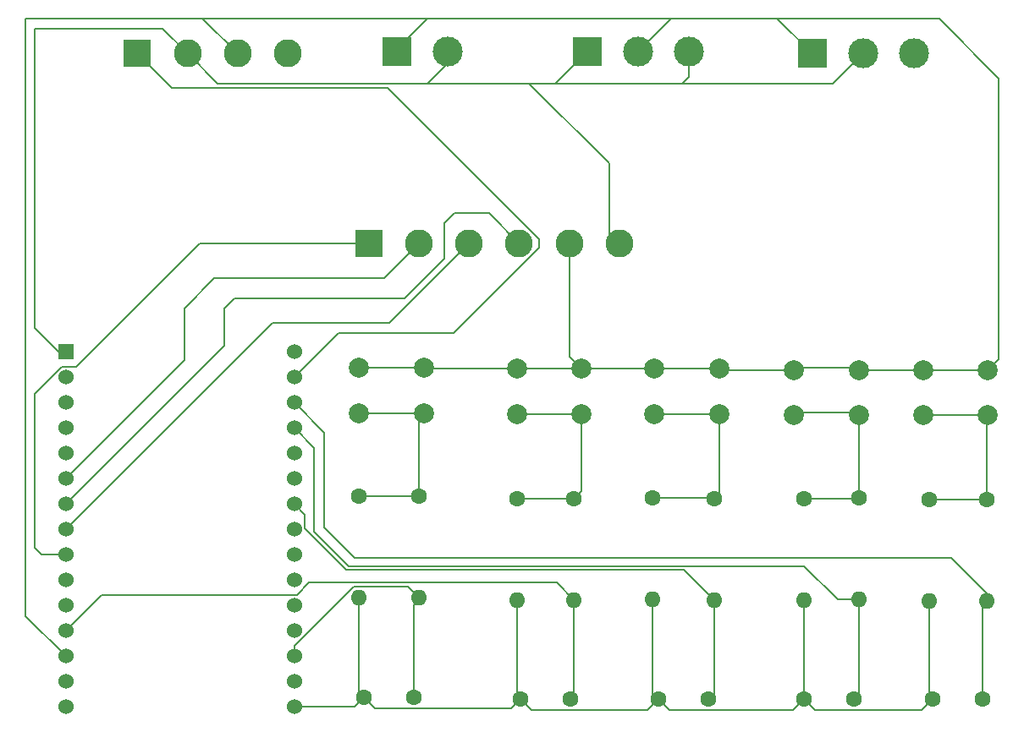
<source format=gbr>
%TF.GenerationSoftware,KiCad,Pcbnew,8.0.6*%
%TF.CreationDate,2024-11-18T20:28:24+01:00*%
%TF.ProjectId,pcb,7063622e-6b69-4636-9164-5f7063625858,rev?*%
%TF.SameCoordinates,Original*%
%TF.FileFunction,Copper,L2,Bot*%
%TF.FilePolarity,Positive*%
%FSLAX46Y46*%
G04 Gerber Fmt 4.6, Leading zero omitted, Abs format (unit mm)*
G04 Created by KiCad (PCBNEW 8.0.6) date 2024-11-18 20:28:24*
%MOMM*%
%LPD*%
G01*
G04 APERTURE LIST*
%TA.AperFunction,ComponentPad*%
%ADD10C,2.000000*%
%TD*%
%TA.AperFunction,ComponentPad*%
%ADD11R,3.000000X3.000000*%
%TD*%
%TA.AperFunction,ComponentPad*%
%ADD12C,3.000000*%
%TD*%
%TA.AperFunction,ComponentPad*%
%ADD13C,1.600000*%
%TD*%
%TA.AperFunction,ComponentPad*%
%ADD14O,1.600000X1.600000*%
%TD*%
%TA.AperFunction,ComponentPad*%
%ADD15R,2.800000X2.800000*%
%TD*%
%TA.AperFunction,ComponentPad*%
%ADD16C,2.800000*%
%TD*%
%TA.AperFunction,ComponentPad*%
%ADD17R,1.530000X1.530000*%
%TD*%
%TA.AperFunction,ComponentPad*%
%ADD18C,1.530000*%
%TD*%
%TA.AperFunction,Conductor*%
%ADD19C,0.200000*%
%TD*%
G04 APERTURE END LIST*
D10*
%TO.P,SW5,1,1*%
%TO.N,5V*%
X133500000Y-90000000D03*
X140000000Y-90000000D03*
%TO.P,SW5,2,2*%
%TO.N,Net-(R10-Pad1)*%
X133500000Y-94500000D03*
X140000000Y-94500000D03*
%TD*%
D11*
%TO.P,P1,1,5V*%
%TO.N,5V*%
X137235000Y-58315000D03*
D12*
%TO.P,P1,2,GND*%
%TO.N,GND*%
X142315000Y-58315000D03*
%TD*%
D13*
%TO.P,C2,1*%
%TO.N,Net-(U1-GPIO1)*%
X195895000Y-123185000D03*
%TO.P,C2,2*%
%TO.N,GND*%
X190895000Y-123185000D03*
%TD*%
%TO.P,R4,1*%
%TO.N,Net-(R3-Pad1)*%
X190495000Y-103185000D03*
D14*
%TO.P,R4,2*%
%TO.N,GND*%
X190495000Y-113345000D03*
%TD*%
D13*
%TO.P,R3,1*%
%TO.N,Net-(R3-Pad1)*%
X196245000Y-103185000D03*
D14*
%TO.P,R3,2*%
%TO.N,Net-(U1-GPIO1)*%
X196245000Y-113345000D03*
%TD*%
D15*
%TO.P,J2,1,A0*%
%TO.N,Net-(J2-A0)*%
X111315000Y-58500000D03*
D16*
%TO.P,J2,2,GND*%
%TO.N,GND*%
X116315000Y-58500000D03*
%TO.P,J2,3,5V*%
%TO.N,5V*%
X121315000Y-58500000D03*
%TO.P,J2,4,D0*%
%TO.N,unconnected-(J2-D0-Pad4)*%
X126315000Y-58500000D03*
%TD*%
D13*
%TO.P,R1,1*%
%TO.N,Net-(R1-Pad1)*%
X178000000Y-103105000D03*
D14*
%TO.P,R1,2*%
%TO.N,GND*%
X178000000Y-113265000D03*
%TD*%
D13*
%TO.P,R10,1*%
%TO.N,Net-(R10-Pad1)*%
X133450000Y-102840000D03*
D14*
%TO.P,R10,2*%
%TO.N,GND*%
X133450000Y-113000000D03*
%TD*%
D13*
%TO.P,R2,1*%
%TO.N,Net-(R1-Pad1)*%
X183500000Y-103025000D03*
D14*
%TO.P,R2,2*%
%TO.N,Net-(U1-GPIO2)*%
X183500000Y-113185000D03*
%TD*%
D13*
%TO.P,C5,1*%
%TO.N,Net-(U1-GPIO19{slash}USBD_+)*%
X139000000Y-123000000D03*
%TO.P,C5,2*%
%TO.N,GND*%
X134000000Y-123000000D03*
%TD*%
D10*
%TO.P,SW3,1,1*%
%TO.N,5V*%
X149250000Y-90085000D03*
X155750000Y-90085000D03*
%TO.P,SW3,2,2*%
%TO.N,Net-(R5-Pad1)*%
X149250000Y-94585000D03*
X155750000Y-94585000D03*
%TD*%
D13*
%TO.P,C4,1*%
%TO.N,Net-(U1-GPIO10)*%
X168400000Y-123185000D03*
%TO.P,C4,2*%
%TO.N,GND*%
X163400000Y-123185000D03*
%TD*%
D11*
%TO.P,J3,1,GND*%
%TO.N,GND*%
X156315000Y-58315000D03*
D12*
%TO.P,J3,2,5V*%
%TO.N,5V*%
X161395000Y-58315000D03*
%TO.P,J3,3,S*%
%TO.N,GND*%
X166475000Y-58315000D03*
%TD*%
D10*
%TO.P,SW2,1,1*%
%TO.N,5V*%
X189895000Y-90185000D03*
X196395000Y-90185000D03*
%TO.P,SW2,2,2*%
%TO.N,Net-(R3-Pad1)*%
X189895000Y-94685000D03*
X196395000Y-94685000D03*
%TD*%
D13*
%TO.P,R5,1*%
%TO.N,Net-(R5-Pad1)*%
X155000000Y-103085000D03*
D14*
%TO.P,R5,2*%
%TO.N,Net-(U1-GPIO9)*%
X155000000Y-113245000D03*
%TD*%
D13*
%TO.P,R6,1*%
%TO.N,Net-(R5-Pad1)*%
X149250000Y-103085000D03*
D14*
%TO.P,R6,2*%
%TO.N,GND*%
X149250000Y-113245000D03*
%TD*%
D13*
%TO.P,R7,1*%
%TO.N,Net-(R7-Pad1)*%
X169000000Y-103085000D03*
D14*
%TO.P,R7,2*%
%TO.N,Net-(U1-GPIO10)*%
X169000000Y-113245000D03*
%TD*%
D10*
%TO.P,SW4,1,1*%
%TO.N,5V*%
X163000000Y-90085000D03*
X169500000Y-90085000D03*
%TO.P,SW4,2,2*%
%TO.N,Net-(R7-Pad1)*%
X163000000Y-94585000D03*
X169500000Y-94585000D03*
%TD*%
D13*
%TO.P,C3,1*%
%TO.N,Net-(U1-GPIO9)*%
X154650000Y-123185000D03*
%TO.P,C3,2*%
%TO.N,GND*%
X149650000Y-123185000D03*
%TD*%
%TO.P,R9,1*%
%TO.N,Net-(R10-Pad1)*%
X139500000Y-102840000D03*
D14*
%TO.P,R9,2*%
%TO.N,Net-(U1-GPIO19{slash}USBD_+)*%
X139500000Y-113000000D03*
%TD*%
D10*
%TO.P,SW1,1,1*%
%TO.N,5V*%
X177000000Y-90185000D03*
X183500000Y-90185000D03*
%TO.P,SW1,2,2*%
%TO.N,Net-(R1-Pad1)*%
X177000000Y-94685000D03*
X183500000Y-94685000D03*
%TD*%
D13*
%TO.P,R8,1*%
%TO.N,Net-(R7-Pad1)*%
X162850000Y-103005000D03*
D14*
%TO.P,R8,2*%
%TO.N,GND*%
X162850000Y-113165000D03*
%TD*%
D13*
%TO.P,C1,1*%
%TO.N,Net-(U1-GPIO2)*%
X183000000Y-123185000D03*
%TO.P,C1,2*%
%TO.N,GND*%
X178000000Y-123185000D03*
%TD*%
D11*
%TO.P,J4,1,5V*%
%TO.N,5V*%
X178815000Y-58500000D03*
D12*
%TO.P,J4,2,GND*%
%TO.N,GND*%
X183895000Y-58500000D03*
%TO.P,J4,3,Data*%
%TO.N,Net-(D3-DOUT)*%
X188975000Y-58500000D03*
%TD*%
D16*
%TO.P,J1,6,GND*%
%TO.N,GND*%
X159500000Y-77500000D03*
%TO.P,J1,5,5V*%
%TO.N,5V*%
X154500000Y-77500000D03*
%TO.P,J1,4,MISO*%
%TO.N,Net-(J1-MISO)*%
X149500000Y-77500000D03*
%TO.P,J1,3,MOSI*%
%TO.N,Net-(J1-MOSI)*%
X144500000Y-77500000D03*
%TO.P,J1,2,SCK*%
%TO.N,Net-(J1-SCK)*%
X139500000Y-77500000D03*
D15*
%TO.P,J1,1,CS*%
%TO.N,Net-(J1-CS)*%
X134500000Y-77500000D03*
%TD*%
D17*
%TO.P,REF\u002A\u002A,1,GND*%
%TO.N,GND*%
X104140000Y-88380000D03*
D18*
%TO.P,REF\u002A\u002A,2,3V3*%
%TO.N,3V3*%
X104140000Y-90920000D03*
%TO.P,REF\u002A\u002A,3,3V3*%
X104140000Y-93460000D03*
%TO.P,REF\u002A\u002A,4,RST*%
%TO.N,unconnected-(U1-RST-Pad4)*%
X104140000Y-96000000D03*
%TO.P,REF\u002A\u002A,5,GND*%
%TO.N,GND*%
X104140000Y-98540000D03*
%TO.P,REF\u002A\u002A,6,GPIO4*%
%TO.N,Net-(J1-SCK)*%
X104140000Y-101080000D03*
%TO.P,REF\u002A\u002A,7,GPIO5*%
%TO.N,Net-(J1-MISO)*%
X104140000Y-103620000D03*
%TO.P,REF\u002A\u002A,8,GPIO6*%
%TO.N,Net-(J1-MOSI)*%
X104140000Y-106160000D03*
%TO.P,REF\u002A\u002A,9,GPIO7*%
%TO.N,Net-(J1-CS)*%
X104140000Y-108700000D03*
%TO.P,REF\u002A\u002A,10,GND*%
%TO.N,GND*%
X104140000Y-111240000D03*
%TO.P,REF\u002A\u002A,11,GPIO8/RGB_LED*%
%TO.N,Net-(D1-DIN)*%
X104140000Y-113780000D03*
%TO.P,REF\u002A\u002A,12,GPIO9*%
%TO.N,Net-(U1-GPIO9)*%
X104140000Y-116320000D03*
%TO.P,REF\u002A\u002A,13,5V*%
%TO.N,5V*%
X104140000Y-118860000D03*
%TO.P,REF\u002A\u002A,14,5V*%
X104140000Y-121400000D03*
%TO.P,REF\u002A\u002A,15,GND*%
%TO.N,GND*%
X104140000Y-123940000D03*
%TO.P,REF\u002A\u002A,16,GND*%
X127000000Y-123940000D03*
%TO.P,REF\u002A\u002A,17,GND*%
X127000000Y-121400000D03*
%TO.P,REF\u002A\u002A,18,GPIO19/USBD_+*%
%TO.N,Net-(U1-GPIO19{slash}USBD_+)*%
X127000000Y-118860000D03*
%TO.P,REF\u002A\u002A,19,GPIO18/USBD_-*%
%TO.N,unconnected-(U1-GPIO18{slash}USBD_--Pad19)*%
X127000000Y-116320000D03*
%TO.P,REF\u002A\u002A,20,GND*%
%TO.N,GND*%
X127000000Y-113780000D03*
%TO.P,REF\u002A\u002A,21,GPIO21/U0TXD*%
%TO.N,unconnected-(U1-GPIO21{slash}U0TXD-Pad21)*%
X127000000Y-111240000D03*
%TO.P,REF\u002A\u002A,22,GPIO20/U0RXD*%
%TO.N,unconnected-(U1-GPIO20{slash}U0RXD-Pad22)*%
X127000000Y-108700000D03*
%TO.P,REF\u002A\u002A,23,GND*%
%TO.N,GND*%
X127000000Y-106160000D03*
%TO.P,REF\u002A\u002A,24,GPIO10*%
%TO.N,Net-(U1-GPIO10)*%
X127000000Y-103620000D03*
%TO.P,REF\u002A\u002A,25,GND*%
%TO.N,GND*%
X127000000Y-101080000D03*
%TO.P,REF\u002A\u002A,26,GPIO3*%
X127000000Y-98540000D03*
%TO.P,REF\u002A\u002A,27,GPIO2*%
%TO.N,Net-(U1-GPIO2)*%
X127000000Y-96000000D03*
%TO.P,REF\u002A\u002A,28,GPIO1*%
%TO.N,Net-(U1-GPIO1)*%
X127000000Y-93460000D03*
%TO.P,REF\u002A\u002A,29,GPIO0*%
%TO.N,Net-(J2-A0)*%
X127000000Y-90920000D03*
%TO.P,REF\u002A\u002A,30,GND*%
%TO.N,GND*%
X127000000Y-88380000D03*
%TD*%
D19*
%TO.N,GND*%
X158500000Y-69500000D02*
X150500000Y-61500000D01*
X159500000Y-77500000D02*
X158500000Y-76500000D01*
X158500000Y-76500000D02*
X158500000Y-69500000D01*
X150500000Y-61500000D02*
X151250000Y-61500000D01*
X146000000Y-61500000D02*
X150500000Y-61500000D01*
%TO.N,Net-(J1-MOSI)*%
X144500000Y-77500000D02*
X136500000Y-85500000D01*
X136500000Y-85500000D02*
X124800000Y-85500000D01*
X124800000Y-85500000D02*
X104140000Y-106160000D01*
%TO.N,Net-(J1-CS)*%
X101700000Y-108700000D02*
X104140000Y-108700000D01*
X101000000Y-92553862D02*
X101000000Y-108000000D01*
X103698862Y-89855000D02*
X101000000Y-92553862D01*
X105145000Y-89855000D02*
X103698862Y-89855000D01*
X117500000Y-77500000D02*
X105145000Y-89855000D01*
X134500000Y-77500000D02*
X117500000Y-77500000D01*
X101000000Y-108000000D02*
X101700000Y-108700000D01*
%TO.N,GND*%
X103380000Y-88380000D02*
X104140000Y-88380000D01*
X101000000Y-86000000D02*
X103380000Y-88380000D01*
X101000000Y-56000000D02*
X101000000Y-86000000D01*
X113815000Y-56000000D02*
X101000000Y-56000000D01*
X116315000Y-58500000D02*
X113815000Y-56000000D01*
%TO.N,Net-(J1-SCK)*%
X116000000Y-89220000D02*
X104140000Y-101080000D01*
X116000000Y-84000000D02*
X116000000Y-89220000D01*
%TO.N,5V*%
X154500000Y-88835000D02*
X155750000Y-90085000D01*
X154500000Y-77500000D02*
X154500000Y-88835000D01*
%TO.N,Net-(J2-A0)*%
X142904164Y-86500000D02*
X131420000Y-86500000D01*
X136304164Y-61900000D02*
X151500000Y-77095836D01*
X151500000Y-77095836D02*
X151500000Y-77904164D01*
X151500000Y-77904164D02*
X142904164Y-86500000D01*
X131420000Y-86500000D02*
X127000000Y-90920000D01*
X114715000Y-61900000D02*
X136304164Y-61900000D01*
X111315000Y-58500000D02*
X114715000Y-61900000D01*
%TO.N,Net-(J1-MISO)*%
X120000000Y-87760000D02*
X104140000Y-103620000D01*
X120000000Y-84000000D02*
X120000000Y-87760000D01*
X121000000Y-83000000D02*
X120000000Y-84000000D01*
X142000000Y-79000000D02*
X138000000Y-83000000D01*
X142000000Y-75500000D02*
X142000000Y-79000000D01*
X143000000Y-74500000D02*
X142000000Y-75500000D01*
X146500000Y-74500000D02*
X143000000Y-74500000D01*
X138000000Y-83000000D02*
X121000000Y-83000000D01*
X149500000Y-77500000D02*
X146500000Y-74500000D01*
%TO.N,Net-(J1-SCK)*%
X119000000Y-81000000D02*
X116000000Y-84000000D01*
X136000000Y-81000000D02*
X119000000Y-81000000D01*
X139500000Y-77500000D02*
X136000000Y-81000000D01*
%TO.N,5V*%
X183500000Y-89985000D02*
X177000000Y-89985000D01*
X183700000Y-90185000D02*
X183500000Y-89985000D01*
%TO.N,GND*%
X142000000Y-61500000D02*
X146000000Y-61500000D01*
%TO.N,5V*%
X100100000Y-55000000D02*
X100100000Y-64000000D01*
X100100000Y-64000000D02*
X100100000Y-114820000D01*
X100100000Y-114820000D02*
X104140000Y-118860000D01*
X116815000Y-55000000D02*
X100100000Y-55000000D01*
%TO.N,Net-(U1-GPIO1)*%
X130000000Y-96460000D02*
X127000000Y-93460000D01*
X192755000Y-109045000D02*
X133045000Y-109045000D01*
X130000000Y-106000000D02*
X130000000Y-96460000D01*
X196245000Y-112535000D02*
X192755000Y-109045000D01*
X196245000Y-113345000D02*
X196245000Y-112535000D01*
X133045000Y-109045000D02*
X130000000Y-106000000D01*
%TO.N,Net-(U1-GPIO2)*%
X132465000Y-109815000D02*
X129000000Y-106350000D01*
X129000000Y-106350000D02*
X129000000Y-98000000D01*
X178025000Y-109815000D02*
X132465000Y-109815000D01*
X129000000Y-98000000D02*
X127000000Y-96000000D01*
X181395000Y-113185000D02*
X178025000Y-109815000D01*
X183500000Y-113185000D02*
X181395000Y-113185000D01*
%TO.N,Net-(U1-GPIO10)*%
X128065000Y-104685000D02*
X127000000Y-103620000D01*
X132215000Y-110215000D02*
X128065000Y-106065000D01*
X128065000Y-106065000D02*
X128065000Y-104685000D01*
X165970000Y-110215000D02*
X132215000Y-110215000D01*
X169000000Y-113245000D02*
X165970000Y-110215000D01*
%TO.N,Net-(U1-GPIO9)*%
X124000000Y-112715000D02*
X107745000Y-112715000D01*
X127285000Y-112715000D02*
X124000000Y-112715000D01*
X128500000Y-111500000D02*
X127285000Y-112715000D01*
X153255000Y-111500000D02*
X128500000Y-111500000D01*
X107745000Y-112715000D02*
X104140000Y-116320000D01*
X155000000Y-113245000D02*
X153255000Y-111500000D01*
%TO.N,Net-(U1-GPIO19{slash}USBD_+)*%
X127000000Y-117826138D02*
X127000000Y-118860000D01*
X132926138Y-111900000D02*
X127000000Y-117826138D01*
X139500000Y-113000000D02*
X138400000Y-111900000D01*
X138400000Y-111900000D02*
X132926138Y-111900000D01*
%TO.N,GND*%
X133060000Y-123940000D02*
X127000000Y-123940000D01*
X134000000Y-123000000D02*
X133060000Y-123940000D01*
X135100000Y-124100000D02*
X134000000Y-123000000D01*
X148735000Y-124100000D02*
X135100000Y-124100000D01*
X149650000Y-123185000D02*
X148735000Y-124100000D01*
X150750000Y-124285000D02*
X149650000Y-123185000D01*
X162300000Y-124285000D02*
X150750000Y-124285000D01*
X163400000Y-123185000D02*
X162300000Y-124285000D01*
X164500000Y-124285000D02*
X163400000Y-123185000D01*
X176900000Y-124285000D02*
X164500000Y-124285000D01*
X178000000Y-123185000D02*
X176900000Y-124285000D01*
X179100000Y-124285000D02*
X178000000Y-123185000D01*
X189795000Y-124285000D02*
X179100000Y-124285000D01*
X190895000Y-123185000D02*
X189795000Y-124285000D01*
%TO.N,5V*%
X197500000Y-89080000D02*
X196395000Y-90185000D01*
X191500000Y-55000000D02*
X197500000Y-61000000D01*
X197500000Y-61000000D02*
X197500000Y-89080000D01*
X174815000Y-55000000D02*
X191500000Y-55000000D01*
X140085000Y-90085000D02*
X140000000Y-90000000D01*
X149250000Y-90085000D02*
X140085000Y-90085000D01*
X163000000Y-90085000D02*
X155750000Y-90085000D01*
X169600000Y-90185000D02*
X169500000Y-90085000D01*
X177000000Y-90185000D02*
X169600000Y-90185000D01*
X189895000Y-90185000D02*
X183500000Y-90185000D01*
%TO.N,Net-(U1-GPIO2)*%
X183500000Y-122685000D02*
X183000000Y-123185000D01*
X183500000Y-113185000D02*
X183500000Y-122685000D01*
%TO.N,GND*%
X153130000Y-61500000D02*
X152815000Y-61500000D01*
X178000000Y-113265000D02*
X178000000Y-123185000D01*
X149250000Y-113245000D02*
X149250000Y-122785000D01*
X190495000Y-113345000D02*
X190495000Y-122785000D01*
X133450000Y-113000000D02*
X133450000Y-122450000D01*
X142315000Y-58315000D02*
X142315000Y-59500000D01*
X166475000Y-60840000D02*
X165815000Y-61500000D01*
X142315000Y-59500000D02*
X140315000Y-61500000D01*
X166475000Y-58315000D02*
X166475000Y-60840000D01*
X149250000Y-122785000D02*
X149650000Y-123185000D01*
X190495000Y-122785000D02*
X190895000Y-123185000D01*
X116315000Y-58500000D02*
X119315000Y-61500000D01*
X162850000Y-122635000D02*
X163400000Y-123185000D01*
X133450000Y-122450000D02*
X134000000Y-123000000D01*
X119315000Y-61500000D02*
X140315000Y-61500000D01*
X162850000Y-113165000D02*
X162850000Y-122635000D01*
X156315000Y-58315000D02*
X153130000Y-61500000D01*
X165815000Y-61500000D02*
X152815000Y-61500000D01*
X152815000Y-61500000D02*
X151250000Y-61500000D01*
X183895000Y-58500000D02*
X180895000Y-61500000D01*
X140315000Y-61500000D02*
X142000000Y-61500000D01*
X178000000Y-123185000D02*
X177500000Y-123185000D01*
X180895000Y-61500000D02*
X165815000Y-61500000D01*
%TO.N,Net-(U1-GPIO1)*%
X195895000Y-113695000D02*
X196245000Y-113345000D01*
X195895000Y-123185000D02*
X195895000Y-113695000D01*
%TO.N,Net-(U1-GPIO9)*%
X154400000Y-122935000D02*
X154650000Y-123185000D01*
X155000000Y-122835000D02*
X154650000Y-123185000D01*
X155000000Y-113245000D02*
X155000000Y-122835000D01*
%TO.N,Net-(U1-GPIO10)*%
X169000000Y-122585000D02*
X168400000Y-123185000D01*
X169000000Y-113245000D02*
X169000000Y-122585000D01*
%TO.N,Net-(U1-GPIO19{slash}USBD_+)*%
X139500000Y-122500000D02*
X139000000Y-123000000D01*
X139500000Y-113000000D02*
X139500000Y-113250000D01*
X139000000Y-113750000D02*
X139000000Y-123000000D01*
X139500000Y-113250000D02*
X139000000Y-113750000D01*
%TO.N,5V*%
X146670000Y-55000000D02*
X166815000Y-55000000D01*
X140315000Y-55000000D02*
X146670000Y-55000000D01*
X175315000Y-55000000D02*
X174815000Y-55000000D01*
X137235000Y-58315000D02*
X137235000Y-58080000D01*
X121315000Y-58500000D02*
X117815000Y-55000000D01*
X196395000Y-90185000D02*
X189895000Y-90185000D01*
X140000000Y-90000000D02*
X133500000Y-90000000D01*
X173840000Y-55000000D02*
X174815000Y-55000000D01*
X155750000Y-90085000D02*
X149250000Y-90085000D01*
X116815000Y-55000000D02*
X140315000Y-55000000D01*
X169500000Y-90085000D02*
X163000000Y-90085000D01*
X117815000Y-55000000D02*
X116815000Y-55000000D01*
X137235000Y-58080000D02*
X140315000Y-55000000D01*
X164710000Y-55000000D02*
X166815000Y-55000000D01*
X140100000Y-89900000D02*
X140000000Y-90000000D01*
X166815000Y-55000000D02*
X173840000Y-55000000D01*
X178815000Y-58500000D02*
X175315000Y-55000000D01*
X161395000Y-58315000D02*
X164710000Y-55000000D01*
%TO.N,Net-(R1-Pad1)*%
X183420000Y-103105000D02*
X183500000Y-103025000D01*
X183500000Y-94485000D02*
X177000000Y-94485000D01*
X183500000Y-94685000D02*
X183500000Y-103025000D01*
X178000000Y-103105000D02*
X183420000Y-103105000D01*
%TO.N,Net-(R3-Pad1)*%
X190495000Y-103185000D02*
X196245000Y-103185000D01*
X196395000Y-94685000D02*
X189895000Y-94685000D01*
X196245000Y-94835000D02*
X196395000Y-94685000D01*
X196245000Y-103185000D02*
X196245000Y-94835000D01*
%TO.N,Net-(R5-Pad1)*%
X155750000Y-94585000D02*
X149250000Y-94585000D01*
X155750000Y-102335000D02*
X155000000Y-103085000D01*
X155750000Y-94585000D02*
X155750000Y-102335000D01*
X155000000Y-103085000D02*
X149250000Y-103085000D01*
%TO.N,Net-(R7-Pad1)*%
X162850000Y-103005000D02*
X168920000Y-103005000D01*
X168920000Y-103005000D02*
X169000000Y-103085000D01*
X163000000Y-102855000D02*
X162850000Y-103005000D01*
X169500000Y-102585000D02*
X169000000Y-103085000D01*
X169500000Y-94585000D02*
X163000000Y-94585000D01*
X169500000Y-94585000D02*
X169500000Y-102585000D01*
%TO.N,Net-(R10-Pad1)*%
X139500000Y-102840000D02*
X133450000Y-102840000D01*
X140000000Y-94500000D02*
X133500000Y-94500000D01*
X139500000Y-94500000D02*
X139500000Y-102840000D01*
%TD*%
M02*

</source>
